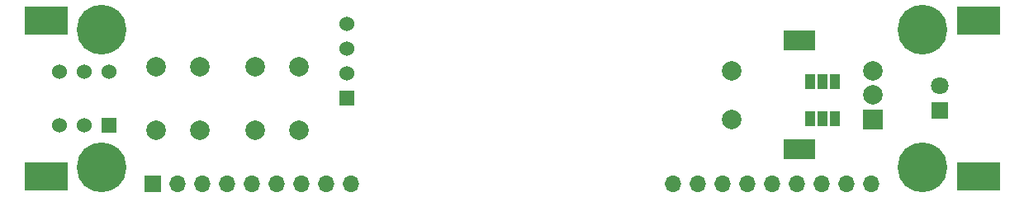
<source format=gbs>
G04 #@! TF.GenerationSoftware,KiCad,Pcbnew,(5.1.8)-1*
G04 #@! TF.CreationDate,2023-02-02T03:20:21+01:00*
G04 #@! TF.ProjectId,BulkyMIDI-32 Internal Panel,42756c6b-794d-4494-9449-2d333220496e,rev?*
G04 #@! TF.SameCoordinates,Original*
G04 #@! TF.FileFunction,Soldermask,Bot*
G04 #@! TF.FilePolarity,Negative*
%FSLAX46Y46*%
G04 Gerber Fmt 4.6, Leading zero omitted, Abs format (unit mm)*
G04 Created by KiCad (PCBNEW (5.1.8)-1) date 2023-02-02 03:20:21*
%MOMM*%
%LPD*%
G01*
G04 APERTURE LIST*
%ADD10O,1.700000X1.700000*%
%ADD11R,1.700000X1.700000*%
%ADD12C,2.000000*%
%ADD13R,3.200000X2.000000*%
%ADD14R,2.000000X2.000000*%
%ADD15R,1.000000X1.500000*%
%ADD16C,5.100000*%
%ADD17R,1.524000X1.524000*%
%ADD18C,1.524000*%
%ADD19R,1.800000X1.800000*%
%ADD20C,1.800000*%
%ADD21R,4.400000X3.000000*%
G04 APERTURE END LIST*
D10*
X187580000Y-98436000D03*
X185040000Y-98436000D03*
X182500000Y-98436000D03*
X179960000Y-98436000D03*
X177420000Y-98436000D03*
X174880000Y-98436000D03*
X172340000Y-98436000D03*
X169800000Y-98436000D03*
X167260000Y-98436000D03*
X134240000Y-98436000D03*
X131700000Y-98436000D03*
X129160000Y-98436000D03*
X126620000Y-98436000D03*
X124080000Y-98436000D03*
X121540000Y-98436000D03*
X119000000Y-98436000D03*
X116460000Y-98436000D03*
D11*
X113920000Y-98436000D03*
D12*
X124420000Y-86400000D03*
X128920000Y-86400000D03*
X124420000Y-92900000D03*
X128920000Y-92900000D03*
X114260000Y-86400000D03*
X118760000Y-86400000D03*
X114260000Y-92900000D03*
X118760000Y-92900000D03*
X173232500Y-86792000D03*
X173232500Y-91792000D03*
D13*
X180232500Y-83692000D03*
X180232500Y-94892000D03*
D12*
X187732500Y-86792000D03*
X187732500Y-89292000D03*
D14*
X187732500Y-91792000D03*
D15*
X181250000Y-87935000D03*
X182550000Y-87935000D03*
X183850000Y-87935000D03*
X181250000Y-91745000D03*
X182550000Y-91745000D03*
X183850000Y-91745000D03*
D16*
X108687500Y-96725000D03*
X108687500Y-82575000D03*
D17*
X133754300Y-89635000D03*
D18*
X133754300Y-87095000D03*
X133754300Y-84555000D03*
X133754300Y-82015000D03*
D19*
X194615000Y-90920000D03*
D20*
X194615000Y-88380000D03*
D16*
X192812500Y-96725000D03*
X192812500Y-82575000D03*
D18*
X104345500Y-92375000D03*
X106885500Y-92375000D03*
D17*
X109425500Y-92375000D03*
D18*
X109425500Y-86925000D03*
X106885500Y-86925000D03*
X104345500Y-86925000D03*
D21*
X102934500Y-81648500D03*
X102934500Y-97650500D03*
X198565500Y-81648500D03*
X198565500Y-97650500D03*
M02*

</source>
